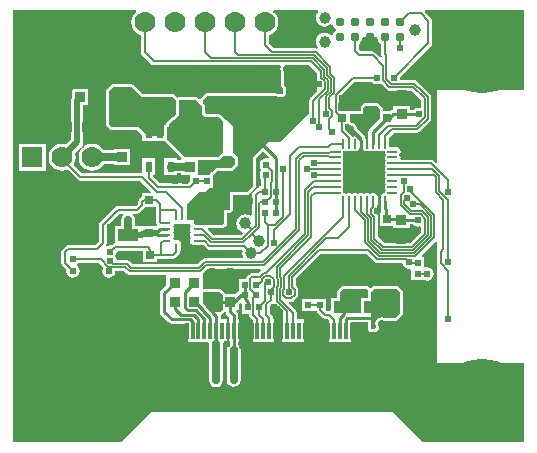
<source format=gbl>
G04 Layer_Physical_Order=2*
G04 Layer_Color=16711680*
%FSLAX25Y25*%
%MOIN*%
G70*
G01*
G75*
%ADD15R,0.02165X0.01968*%
%ADD16C,0.00500*%
%ADD17C,0.02500*%
%ADD18C,0.01000*%
%ADD19C,0.03900*%
%ADD20C,0.27559*%
%ADD21C,0.07000*%
%ADD22R,0.07000X0.07000*%
%ADD23O,0.10236X0.04331*%
%ADD24O,0.08268X0.04331*%
%ADD25C,0.05000*%
%ADD26C,0.02400*%
%ADD27C,0.03937*%
%ADD28C,0.03100*%
%ADD29R,0.02362X0.03543*%
%ADD30R,0.03347X0.03347*%
%ADD31R,0.10433X0.09055*%
%ADD32R,0.01181X0.05512*%
%ADD33R,0.01968X0.02165*%
%ADD34O,0.03347X0.00984*%
%ADD35O,0.00984X0.03347*%
%ADD36R,0.14173X0.14173*%
%ADD37O,0.00984X0.02559*%
%ADD38O,0.02559X0.00984*%
%ADD39R,0.05709X0.05709*%
%ADD40R,0.04331X0.10394*%
%ADD41R,0.06890X0.03937*%
%ADD42R,0.03740X0.03347*%
%ADD43R,0.02520X0.02520*%
%ADD44R,0.03347X0.03347*%
%ADD45R,0.02520X0.02520*%
%ADD46R,0.03347X0.03740*%
%ADD47C,0.02000*%
G36*
X271480Y218500D02*
X242500D01*
Y194284D01*
X242038Y194093D01*
X241277Y194854D01*
X240863Y195130D01*
X240376Y195227D01*
X230642D01*
X230239Y195727D01*
X230277Y195921D01*
X230161Y196503D01*
X229893Y196906D01*
X230161Y197308D01*
X230277Y197890D01*
X230161Y198472D01*
X229832Y198966D01*
X229338Y199295D01*
X228756Y199411D01*
X226537D01*
Y201630D01*
X226421Y202212D01*
X226290Y202408D01*
Y202488D01*
X228028Y204225D01*
X235914D01*
X236402Y204323D01*
X236815Y204599D01*
X240202Y207985D01*
X240478Y208399D01*
X240575Y208886D01*
Y216200D01*
X240478Y216687D01*
X240202Y217101D01*
X238401Y218901D01*
X238143Y219074D01*
X235815Y221401D01*
X235402Y221677D01*
X234914Y221775D01*
X230493D01*
X230176Y222161D01*
X230243Y222500D01*
X230170Y222868D01*
X240401Y233099D01*
X240677Y233512D01*
X240774Y234000D01*
Y241500D01*
X240677Y241988D01*
X240401Y242401D01*
X238322Y244480D01*
X238529Y244981D01*
X271480D01*
Y218500D01*
D02*
G37*
G36*
X158886Y173807D02*
X159468Y173691D01*
X160051Y173807D01*
X160222Y173480D01*
X160228Y173449D01*
X160497Y173047D01*
X160228Y172645D01*
X160113Y172063D01*
X160228Y171481D01*
X160497Y171079D01*
X160228Y170677D01*
X160113Y170095D01*
X160228Y169512D01*
X160497Y169110D01*
X160228Y168708D01*
X160113Y168126D01*
X160228Y167544D01*
X160558Y167050D01*
X161052Y166720D01*
X161634Y166605D01*
X163209D01*
X163791Y166720D01*
X163987Y166851D01*
X164432D01*
X165685Y165599D01*
X166098Y165322D01*
X166586Y165226D01*
X177253D01*
X177594Y164793D01*
X177604Y164744D01*
X177506Y164000D01*
X177608Y163225D01*
X177795Y162775D01*
X177482Y162275D01*
X165000D01*
X164512Y162178D01*
X164099Y161901D01*
X162472Y160275D01*
X141028D01*
X139901Y161401D01*
X139488Y161678D01*
X139000Y161775D01*
X135688D01*
X135572Y162358D01*
X135144Y163000D01*
X135572Y163642D01*
X135743Y164500D01*
X135928Y164725D01*
X144512D01*
Y161240D01*
X149031D01*
Y162225D01*
X154500D01*
X154988Y162322D01*
X155401Y162599D01*
X156433Y163630D01*
X156709Y164044D01*
X156806Y164532D01*
Y164592D01*
X156937Y164788D01*
X157053Y165370D01*
Y166945D01*
X156937Y167527D01*
X156607Y168021D01*
X156114Y168350D01*
X155532Y168466D01*
X154949Y168350D01*
X154778Y168678D01*
X154772Y168708D01*
X154503Y169110D01*
X154772Y169512D01*
X154887Y170095D01*
X154772Y170677D01*
X154503Y171079D01*
X154772Y171481D01*
X154887Y172063D01*
X154772Y172645D01*
X154503Y173047D01*
X154772Y173449D01*
X154778Y173480D01*
X154949Y173807D01*
X155532Y173691D01*
X156114Y173807D01*
X156516Y174076D01*
X156918Y173807D01*
X157500Y173691D01*
X158082Y173807D01*
X158484Y174076D01*
X158886Y173807D01*
D02*
G37*
G36*
X164000Y213000D02*
Y210500D01*
X165000Y209500D01*
X169500D01*
X171000Y208000D01*
Y197500D01*
X169500Y196000D01*
X158500D01*
X157000Y197500D01*
X152500Y202000D01*
Y203167D01*
X152501Y203169D01*
X152579Y203559D01*
Y206066D01*
X152721Y206161D01*
X152942Y206492D01*
X153020Y206882D01*
Y207078D01*
X154422Y208480D01*
X154500D01*
X154890Y208558D01*
X155221Y208779D01*
X156221Y209779D01*
X156442Y210110D01*
X156520Y210500D01*
Y215000D01*
X162000D01*
X164000Y213000D01*
D02*
G37*
G36*
X186368Y196080D02*
X186122Y195619D01*
X185500Y195743D01*
X184642Y195572D01*
X183914Y195086D01*
X183428Y194358D01*
X183257Y193500D01*
X183428Y192642D01*
X183914Y191914D01*
Y191586D01*
X183428Y190858D01*
X183257Y190000D01*
X183428Y189142D01*
X183855Y188501D01*
Y186583D01*
X183146D01*
Y185775D01*
X183000D01*
X182512Y185678D01*
X182099Y185401D01*
X181099Y184401D01*
X180823Y183988D01*
X180726Y183500D01*
Y176664D01*
X180226Y176418D01*
X179997Y176593D01*
X179275Y176892D01*
X178500Y176994D01*
X177725Y176892D01*
X177003Y176593D01*
X176383Y176117D01*
X175907Y175497D01*
X175608Y174775D01*
X175506Y174000D01*
X175608Y173225D01*
X175907Y172503D01*
X176383Y171883D01*
X177003Y171407D01*
X177464Y171216D01*
X177601Y170646D01*
X176972Y170017D01*
X168028D01*
X165975Y172070D01*
X166168Y172531D01*
X171097Y172497D01*
X171151Y172507D01*
X171205Y172502D01*
X171345Y172545D01*
X171488Y172572D01*
X171534Y172602D01*
X171586Y172618D01*
X171698Y172710D01*
X171820Y172791D01*
X171851Y172836D01*
X171893Y172870D01*
X172301Y173368D01*
X172371Y173499D01*
X172454Y173624D01*
X172464Y173674D01*
X172488Y173719D01*
X172502Y173867D01*
X172531Y174014D01*
Y177240D01*
X173148D01*
X173193Y177249D01*
X173213Y177246D01*
X173321Y177275D01*
X173538Y177318D01*
X173572Y177340D01*
X173598Y177347D01*
X173716Y177437D01*
X173869Y177539D01*
X173873Y177543D01*
X173890Y177569D01*
X173915Y177588D01*
X174239Y177953D01*
X174325Y178099D01*
X174418Y178240D01*
X174424Y178270D01*
X174440Y178297D01*
X174463Y178464D01*
X174496Y178630D01*
Y183480D01*
X179000D01*
X179390Y183558D01*
X179721Y183779D01*
X181721Y185779D01*
X181942Y186110D01*
X182020Y186500D01*
Y195578D01*
X184445Y198003D01*
X186368Y196080D01*
D02*
G37*
G36*
X171000Y150000D02*
Y145500D01*
X170000Y144500D01*
X166784D01*
X165966Y145318D01*
X165913Y145585D01*
X165581Y146081D01*
X164370Y147293D01*
Y150524D01*
X164370D01*
X164427Y151000D01*
X170000D01*
X171000Y150000D01*
D02*
G37*
G36*
X183575Y158721D02*
X183751Y158226D01*
X182800Y157274D01*
X180500D01*
X180012Y157177D01*
X179599Y156901D01*
X179099Y156401D01*
X178823Y155988D01*
X178742Y155583D01*
X176276D01*
Y151320D01*
X175919Y151081D01*
X175361Y150524D01*
X171853D01*
X171721Y150721D01*
X170721Y151721D01*
X170390Y151942D01*
X170000Y152020D01*
X164427D01*
X164370Y152066D01*
Y156823D01*
X164370Y156823D01*
X164490Y157273D01*
X165942Y158726D01*
X183571D01*
X183575Y158721D01*
D02*
G37*
G36*
X148725Y174500D02*
X148822Y174012D01*
X148995Y173755D01*
X148981Y173144D01*
X148970Y173133D01*
X148760Y172988D01*
X144240D01*
Y172988D01*
X143945Y172965D01*
X143945Y172965D01*
X141794D01*
Y175000D01*
X141620Y175878D01*
X141122Y176622D01*
X140968Y176725D01*
X141119Y177225D01*
X142500D01*
X142988Y177322D01*
X143401Y177599D01*
X144901Y179099D01*
X145177Y179512D01*
X148725D01*
Y174500D01*
D02*
G37*
G36*
X138032Y176725D02*
X137878Y176622D01*
X137381Y175878D01*
X137206Y175000D01*
Y172965D01*
X135055D01*
Y167274D01*
X135000D01*
X134512Y167177D01*
X134099Y166901D01*
X133868Y166670D01*
X133500Y166743D01*
X132642Y166572D01*
X132359Y166383D01*
X131998Y166744D01*
X132177Y167012D01*
X132274Y167500D01*
Y172972D01*
X136528Y177225D01*
X137881D01*
X138032Y176725D01*
D02*
G37*
G36*
X174980Y195578D02*
Y193510D01*
X173660Y192520D01*
X169000D01*
X168610Y192442D01*
X168279Y192221D01*
X167259Y191201D01*
X167188Y191095D01*
X167103Y191000D01*
X166867Y190603D01*
X166843Y190534D01*
X166802Y190473D01*
X166777Y190348D01*
X166735Y190228D01*
X166261Y190083D01*
X163331D01*
X162870Y190177D01*
Y194980D01*
X169500D01*
X169890Y195058D01*
X170221Y195279D01*
X171500Y196558D01*
X172000Y196500D01*
X172000Y196500D01*
X173500D01*
X173500Y196500D01*
Y196500D01*
X174000Y196558D01*
X174980Y195578D01*
D02*
G37*
G36*
X142144Y244480D02*
X141791Y244209D01*
X141069Y243269D01*
X140616Y242175D01*
X140461Y241000D01*
X140616Y239825D01*
X141069Y238731D01*
X141791Y237791D01*
X142731Y237069D01*
X143726Y236657D01*
Y231000D01*
X143823Y230512D01*
X144099Y230099D01*
X145198Y229000D01*
X147099Y227099D01*
X147512Y226822D01*
X148000Y226726D01*
X190012D01*
X190114Y226629D01*
X190332Y226257D01*
X190332Y226256D01*
X190332Y226256D01*
X190350Y226225D01*
X190206Y225500D01*
X190381Y224622D01*
X190500Y224443D01*
Y219974D01*
X190520Y219876D01*
Y219775D01*
X190558Y219682D01*
X190578Y219584D01*
X190633Y219500D01*
X190672Y219408D01*
X190743Y219337D01*
X190799Y219253D01*
X190882Y219197D01*
X190953Y219126D01*
X191057Y219057D01*
X191206Y218834D01*
Y217578D01*
X191057Y217355D01*
X190666Y217094D01*
X190206Y217002D01*
X189673Y217108D01*
X189621Y217130D01*
X189439Y217205D01*
X189439D01*
X189439Y217205D01*
X189400Y217205D01*
X189321Y217221D01*
X189221D01*
D01*
D01*
X188890Y217442D01*
X188500Y217520D01*
X170370D01*
X170251Y217496D01*
X165976D01*
X165586Y217418D01*
X165255Y217197D01*
X165058Y217000D01*
X163779Y215721D01*
X163638Y215511D01*
X163198Y215392D01*
X163049Y215393D01*
X162721Y215721D01*
X162390Y215942D01*
X162000Y216020D01*
X156520D01*
X156129Y215942D01*
X156052Y215890D01*
X155221Y216721D01*
X154890Y216942D01*
X154500Y217020D01*
X144422D01*
X141221Y220221D01*
X140890Y220442D01*
X140500Y220520D01*
X134500D01*
X134110Y220442D01*
X133779Y220221D01*
X132279Y218721D01*
X132058Y218390D01*
X131980Y218000D01*
Y207000D01*
X132058Y206610D01*
X132279Y206279D01*
X133279Y205279D01*
X133610Y205058D01*
X134000Y204980D01*
X142578D01*
X144079Y203479D01*
Y201339D01*
X151739D01*
X151779Y201279D01*
X156279Y196779D01*
X157065Y195993D01*
X157009Y195409D01*
X156771Y195184D01*
X155921D01*
Y195661D01*
X151559D01*
Y193458D01*
X151446Y192890D01*
X151559Y192322D01*
Y190118D01*
X155921D01*
Y190596D01*
X157130D01*
Y190177D01*
X159555D01*
X160016Y190083D01*
Y187818D01*
X159472Y187275D01*
X150028D01*
X147684Y189618D01*
X147891Y190118D01*
X148441D01*
Y195661D01*
X144079D01*
Y190839D01*
X144000Y190775D01*
X124028D01*
X121275Y193527D01*
X121431Y193731D01*
X121884Y194825D01*
X122039Y196000D01*
X121884Y197175D01*
X121789Y197405D01*
X123630Y199246D01*
X124042Y199357D01*
X124084Y199320D01*
X124033Y198874D01*
X123569Y198269D01*
X123116Y197175D01*
X122961Y196000D01*
X123116Y194825D01*
X123569Y193731D01*
X124291Y192791D01*
X125231Y192069D01*
X126325Y191616D01*
X127500Y191461D01*
X128675Y191616D01*
X129769Y192069D01*
X130709Y192791D01*
X131412Y193706D01*
X134827D01*
Y193327D01*
X140173D01*
Y198673D01*
X134827D01*
Y198294D01*
X131412D01*
X130709Y199209D01*
X129769Y199931D01*
X128675Y200384D01*
X127500Y200539D01*
X126325Y200384D01*
X125231Y199931D01*
X124626Y199467D01*
X124291Y199209D01*
X124101Y199360D01*
X123964Y199530D01*
X123942Y199558D01*
X124384Y200220D01*
X124539Y201000D01*
Y213327D01*
X126079D01*
Y218673D01*
X120732D01*
Y216049D01*
X120616Y215875D01*
X120461Y215094D01*
Y201845D01*
X118905Y200289D01*
X118675Y200384D01*
X117500Y200539D01*
X116325Y200384D01*
X115231Y199931D01*
X114291Y199209D01*
X113569Y198269D01*
X113116Y197175D01*
X112961Y196000D01*
X113116Y194825D01*
X113569Y193731D01*
X114291Y192791D01*
X115231Y192069D01*
X116325Y191616D01*
X117500Y191461D01*
X118675Y191616D01*
X119316Y191882D01*
X122599Y188599D01*
X123012Y188322D01*
X123500Y188225D01*
X143472D01*
X147204Y184493D01*
X147013Y184031D01*
X144240D01*
Y182920D01*
X143870Y182673D01*
X143099Y181901D01*
X142823Y181488D01*
X142726Y181000D01*
Y180528D01*
X141972Y179774D01*
X136000D01*
X135512Y179677D01*
X135099Y179401D01*
X130099Y174401D01*
X129823Y173988D01*
X129726Y173500D01*
Y168028D01*
X128472Y166774D01*
X119500D01*
X119012Y166677D01*
X118599Y166401D01*
X117599Y165401D01*
X117323Y164988D01*
X117226Y164500D01*
Y160594D01*
X117323Y160107D01*
X117599Y159693D01*
X118877Y158415D01*
X118804Y158047D01*
X118975Y157189D01*
X119461Y156461D01*
X120189Y155975D01*
X121047Y155804D01*
X121906Y155975D01*
X122633Y156461D01*
X123120Y157189D01*
X123290Y158047D01*
X123120Y158906D01*
X122633Y159633D01*
X122420Y159776D01*
Y160276D01*
X122602Y160398D01*
X122810Y160710D01*
X129730D01*
X131190Y159250D01*
X130928Y158858D01*
X130757Y158000D01*
X130928Y157142D01*
X131414Y156414D01*
X132142Y155928D01*
X133000Y155757D01*
X133858Y155928D01*
X134586Y156414D01*
X135072Y157142D01*
X135243Y158000D01*
X135428Y158226D01*
X138058D01*
X139185Y157099D01*
X139598Y156823D01*
X140086Y156726D01*
X152130D01*
Y153442D01*
X150419Y151731D01*
X150087Y151235D01*
X149971Y150650D01*
Y144500D01*
X150087Y143915D01*
X150419Y143419D01*
X152919Y140919D01*
X153415Y140587D01*
X154000Y140471D01*
X159335D01*
Y134480D01*
X166246D01*
X166564Y134094D01*
X166505Y133799D01*
Y121701D01*
X166680Y120823D01*
X167177Y120079D01*
X167921Y119581D01*
X168799Y119407D01*
X169677Y119581D01*
X170421Y120079D01*
X170919Y120823D01*
X171093Y121701D01*
Y133799D01*
X171035Y134094D01*
X171352Y134480D01*
X172358D01*
Y141992D01*
X170329D01*
Y143201D01*
X170288Y143405D01*
X170390Y143558D01*
X170721Y143779D01*
X171471Y144529D01*
X171629Y144520D01*
X172000Y144351D01*
X172087Y143915D01*
X172419Y143419D01*
X173175Y142662D01*
Y141992D01*
X173114D01*
Y134480D01*
X173175D01*
Y133389D01*
X173083Y133327D01*
X172585Y132583D01*
X172411Y131705D01*
Y121795D01*
X172585Y120917D01*
X173083Y120173D01*
X173827Y119676D01*
X174705Y119501D01*
X175583Y119676D01*
X176327Y120173D01*
X176824Y120917D01*
X176999Y121795D01*
Y131705D01*
X176824Y132583D01*
X176327Y133327D01*
X176234Y133389D01*
Y134480D01*
X176295D01*
Y141992D01*
X176234D01*
Y143295D01*
X176118Y143880D01*
X175786Y144377D01*
X175486Y144677D01*
X175693Y145177D01*
X176370D01*
Y147207D01*
X176720Y147557D01*
X176839Y147558D01*
X177276Y147182D01*
Y143917D01*
X179726D01*
Y143500D01*
X179823Y143012D01*
X180099Y142599D01*
X180988Y141709D01*
Y134480D01*
X188106D01*
Y141992D01*
X187790D01*
Y142484D01*
X187693Y142972D01*
X187417Y143385D01*
X186775Y144028D01*
Y146472D01*
X187550Y147248D01*
X188099Y147185D01*
X191147Y144137D01*
Y141992D01*
X190831D01*
Y134480D01*
X197949D01*
Y141992D01*
X195664D01*
Y144110D01*
X195567Y144598D01*
X195291Y145011D01*
X192989Y147314D01*
X193180Y147775D01*
X193808D01*
X194295Y147872D01*
X194709Y148149D01*
X195851Y149291D01*
X196127Y149705D01*
X196224Y150192D01*
Y151808D01*
X196127Y152295D01*
X195851Y152709D01*
X195274Y153286D01*
Y155472D01*
X203528Y163725D01*
X218972D01*
X221599Y161099D01*
X222012Y160822D01*
X222500Y160725D01*
X230812D01*
X230928Y160142D01*
X231414Y159414D01*
X232142Y158928D01*
X233000Y158757D01*
X233417Y158840D01*
X233917Y158430D01*
Y155146D01*
X237723D01*
X238190Y155112D01*
X238271Y155058D01*
X238525Y155007D01*
X238525Y155007D01*
X238666Y154979D01*
X239130Y154887D01*
X239988Y155058D01*
X240716Y155544D01*
X241202Y156272D01*
X241373Y157130D01*
X241202Y157988D01*
X240716Y158716D01*
X239988Y159202D01*
X239130Y159373D01*
X238583Y159264D01*
X238085Y159630D01*
X238083Y159636D01*
Y162854D01*
X237553D01*
X237361Y163316D01*
X242000Y167955D01*
X242500Y167748D01*
Y164937D01*
X242471Y164894D01*
X242374Y164406D01*
Y160594D01*
X242471Y160106D01*
X242500Y160063D01*
Y127500D01*
X271480D01*
Y101020D01*
X237922D01*
X228221Y110721D01*
X227890Y110942D01*
X227500Y111020D01*
X147500D01*
X147110Y110942D01*
X146779Y110721D01*
X137078Y101020D01*
X101020D01*
Y244981D01*
X141974D01*
X142144Y244480D01*
D02*
G37*
G36*
X202500Y224000D02*
Y217965D01*
X200099Y215564D01*
X199822Y215150D01*
X199725Y214663D01*
Y210725D01*
X190000Y201000D01*
X186000D01*
X181000Y196000D01*
Y186500D01*
X179000Y184500D01*
X173500D01*
Y184370D01*
X173476D01*
Y178630D01*
X173152Y178264D01*
X173148Y178260D01*
X171512D01*
Y174014D01*
X171104Y173517D01*
X163276Y173571D01*
X163209Y173584D01*
X161634D01*
X161354Y173958D01*
Y174933D01*
X159441D01*
X159021Y175213D01*
Y176787D01*
X159000Y176895D01*
Y180442D01*
X163058Y184500D01*
X165059D01*
X166559Y185917D01*
X167744D01*
Y190083D01*
X167744Y190083D01*
X167744D01*
X167980Y190480D01*
X169000Y191500D01*
X174000D01*
X176000Y193000D01*
Y196000D01*
X174500Y197500D01*
Y206500D01*
X172500Y208500D01*
X171869Y208500D01*
X171721Y208721D01*
X170221Y210221D01*
X169890Y210442D01*
X169500Y210520D01*
X165422D01*
X165020Y210922D01*
Y213000D01*
X164942Y213390D01*
X164721Y213721D01*
X164500Y213942D01*
Y215000D01*
X165976Y216476D01*
X170370D01*
Y216500D01*
X188500D01*
X188571Y216429D01*
X188654Y216373D01*
X188747Y216335D01*
X188831Y216279D01*
X188929Y216259D01*
X189022Y216221D01*
X189122D01*
X189221Y216201D01*
X189240Y216205D01*
X189348Y216134D01*
X190206Y215963D01*
X191064Y216134D01*
X191792Y216620D01*
X192278Y217348D01*
X192449Y218206D01*
X192278Y219064D01*
X191792Y219792D01*
X191520Y219974D01*
Y224443D01*
X191500Y224542D01*
Y224642D01*
X191462Y224735D01*
X191442Y224833D01*
X191386Y224917D01*
X191348Y225010D01*
X191341Y225020D01*
X191245Y225500D01*
X191350Y226027D01*
Y226196D01*
X191360Y226365D01*
X191516Y226544D01*
X191767Y226726D01*
X199775D01*
X202500Y224000D01*
D02*
G37*
G36*
X202801Y244480D02*
X202423Y243988D01*
X202126Y243270D01*
X202025Y242500D01*
X202126Y241730D01*
X202423Y241012D01*
X202896Y240396D01*
X203512Y239923D01*
X204230Y239626D01*
X205000Y239525D01*
X205770Y239626D01*
X206488Y239923D01*
X207023Y240334D01*
X207550Y240245D01*
X207598Y240005D01*
X208161Y239161D01*
X208702Y238801D01*
Y238199D01*
X208161Y237839D01*
X207598Y236995D01*
X207550Y236755D01*
X207023Y236666D01*
X206488Y237077D01*
X205770Y237374D01*
X205000Y237475D01*
X204230Y237374D01*
X203512Y237077D01*
X202896Y236604D01*
X202423Y235988D01*
X202126Y235270D01*
X202025Y234500D01*
X202126Y233730D01*
X202423Y233012D01*
X202741Y232598D01*
X202582Y232334D01*
X202424Y232190D01*
X202000Y232275D01*
X188028D01*
X186275Y234028D01*
Y236657D01*
X187269Y237069D01*
X188209Y237791D01*
X188931Y238731D01*
X189384Y239825D01*
X189539Y241000D01*
X189384Y242175D01*
X188931Y243269D01*
X188209Y244209D01*
X187856Y244480D01*
X188026Y244981D01*
X202624D01*
X202801Y244480D01*
D02*
G37*
G36*
X222598Y235005D02*
X223162Y234161D01*
X223726Y233785D01*
Y230500D01*
X223822Y230012D01*
X224036Y229692D01*
X224015Y229495D01*
X223654Y229330D01*
X223467Y229335D01*
X221901Y230901D01*
X221488Y231177D01*
X221000Y231275D01*
X217028D01*
X216274Y232028D01*
Y233785D01*
X216839Y234161D01*
X217402Y235005D01*
X217600Y236000D01*
X222400D01*
X222598Y235005D01*
D02*
G37*
G36*
X220914Y220914D02*
X221642Y220428D01*
X222500Y220257D01*
X223358Y220428D01*
X223605Y220592D01*
X225599Y218599D01*
X226012Y218322D01*
X226500Y218226D01*
X233972D01*
X237026Y215172D01*
Y212853D01*
X236639Y212536D01*
X236350Y212594D01*
X235492Y212423D01*
X234764Y211936D01*
X234726Y211880D01*
X233496D01*
Y213024D01*
X227756D01*
Y211861D01*
X227265Y211763D01*
X226853Y211488D01*
X224386D01*
Y212134D01*
X224308Y212524D01*
X224087Y212855D01*
X223221Y213721D01*
X222890Y213942D01*
X222500Y214020D01*
X218500D01*
X218110Y213942D01*
X217779Y213721D01*
X217165Y213107D01*
X216944Y212776D01*
X216866Y212386D01*
Y211531D01*
X213512D01*
X213379Y211505D01*
X212886Y211488D01*
X212886Y211488D01*
X212886Y211488D01*
X210132D01*
X209891Y211729D01*
Y216094D01*
X215022Y221226D01*
X220706D01*
X220914Y220914D01*
D02*
G37*
G36*
X223366Y212134D02*
Y209029D01*
X219997Y205660D01*
X219666Y205164D01*
X219549Y204579D01*
Y200449D01*
X219557Y200408D01*
Y199268D01*
X219409Y199087D01*
X218671D01*
Y201772D01*
X218555Y202357D01*
X218500Y202439D01*
Y203000D01*
X215658Y205842D01*
X215572Y206272D01*
X215086Y206999D01*
X214358Y207486D01*
X213929Y207571D01*
X213500Y208000D01*
Y210500D01*
X213512Y210512D01*
X217886D01*
Y212386D01*
X218500Y213000D01*
X222500D01*
X223366Y212134D01*
D02*
G37*
G36*
X213307Y206779D02*
X213362Y206723D01*
X213455Y206685D01*
X213539Y206629D01*
X213637Y206610D01*
X213730Y206571D01*
X213961Y206525D01*
X214351Y206264D01*
X214612Y205874D01*
X214658Y205643D01*
X214696Y205551D01*
X214716Y205452D01*
X214772Y205368D01*
X214810Y205276D01*
X214881Y205205D01*
X214937Y205121D01*
X217480Y202578D01*
Y202439D01*
X217500Y202340D01*
Y202240D01*
X217538Y202147D01*
X217558Y202049D01*
X217584Y202009D01*
X217624Y201808D01*
X217589Y201630D01*
Y199268D01*
X217705Y198686D01*
X218035Y198192D01*
X218528Y197862D01*
X219110Y197746D01*
X219692Y197862D01*
X220094Y198131D01*
X220497Y197862D01*
X221079Y197746D01*
X221661Y197862D01*
X222063Y198131D01*
X222465Y197862D01*
X223047Y197746D01*
X223629Y197862D01*
X224031Y198131D01*
X224434Y197862D01*
X224896Y197770D01*
X224988Y197308D01*
X225257Y196906D01*
X224988Y196503D01*
X224872Y195921D01*
X224988Y195339D01*
X225257Y194937D01*
X224988Y194535D01*
X224872Y193953D01*
X224988Y193371D01*
X225257Y192968D01*
X224988Y192567D01*
X224872Y191984D01*
X224988Y191402D01*
X225257Y191000D01*
X224988Y190598D01*
X224872Y190016D01*
X224988Y189434D01*
X225257Y189032D01*
X224988Y188629D01*
X224872Y188047D01*
X224988Y187465D01*
X225257Y187063D01*
X224988Y186661D01*
X224872Y186079D01*
X224988Y185496D01*
X225257Y185094D01*
X224988Y184692D01*
X224896Y184230D01*
X224434Y184138D01*
X223940Y183808D01*
X223610Y183315D01*
X223494Y182732D01*
Y181592D01*
X223486Y181551D01*
Y178984D01*
X223603Y178399D01*
X223848Y178032D01*
X223702Y177646D01*
X223599Y177532D01*
X223366D01*
Y173012D01*
X227630D01*
Y172476D01*
X233370D01*
Y173620D01*
X234526D01*
X234563Y173564D01*
X235291Y173077D01*
X236150Y172906D01*
X236725Y173021D01*
X237226Y172667D01*
Y171028D01*
X233472Y167274D01*
X224942D01*
X222825Y169392D01*
Y176192D01*
X222727Y176680D01*
X222451Y177094D01*
X221825Y177720D01*
Y178280D01*
X221980Y178435D01*
X222256Y178849D01*
X222353Y179337D01*
Y179592D01*
X222484Y179788D01*
X222600Y180370D01*
Y182732D01*
X222484Y183315D01*
X222154Y183808D01*
X221661Y184138D01*
X221079Y184254D01*
X220497Y184138D01*
X220094Y183869D01*
X219692Y184138D01*
X219110Y184254D01*
X218528Y184138D01*
X218126Y183869D01*
X217724Y184138D01*
X217142Y184254D01*
X216560Y184138D01*
X216158Y183869D01*
X215755Y184138D01*
X215173Y184254D01*
X214591Y184138D01*
X214189Y183869D01*
X213787Y184138D01*
X213205Y184254D01*
X212622Y184138D01*
X212221Y183869D01*
X211818Y184138D01*
X211356Y184230D01*
X211264Y184692D01*
X210995Y185094D01*
X211264Y185496D01*
X211380Y186079D01*
X211264Y186661D01*
X210995Y187063D01*
X211264Y187465D01*
X211380Y188047D01*
X211264Y188629D01*
X210995Y189032D01*
X211264Y189434D01*
X211380Y190016D01*
X211264Y190598D01*
X210995Y191000D01*
X211264Y191402D01*
X211380Y191984D01*
X211264Y192567D01*
X210995Y192968D01*
X211264Y193371D01*
X211380Y193953D01*
X211264Y194535D01*
X210995Y194937D01*
X211264Y195339D01*
X211380Y195921D01*
X211264Y196503D01*
X210995Y196906D01*
X211264Y197308D01*
X211356Y197770D01*
X211818Y197862D01*
X212221Y198131D01*
X212622Y197862D01*
X213205Y197746D01*
X213787Y197862D01*
X214189Y198131D01*
X214591Y197862D01*
X215173Y197746D01*
X215755Y197862D01*
X216249Y198192D01*
X216579Y198686D01*
X216695Y199268D01*
Y201630D01*
X216579Y202212D01*
X216249Y202706D01*
X215755Y203035D01*
X215173Y203151D01*
X214591Y203035D01*
X214330Y202861D01*
X214106Y203197D01*
X211900Y205402D01*
Y206968D01*
X212886D01*
X213307Y206779D01*
D02*
G37*
G36*
X144000Y216000D02*
X154500D01*
X155500Y215000D01*
Y210500D01*
X154500Y209500D01*
X154000D01*
X152000Y207500D01*
Y206882D01*
X151559D01*
Y203559D01*
X151000Y203000D01*
X146000D01*
X143000Y206000D01*
X134000D01*
X133000Y207000D01*
Y218000D01*
X134500Y219500D01*
X140500D01*
X144000Y216000D01*
D02*
G37*
%LPC*%
G36*
X112000Y200500D02*
X103000D01*
Y191500D01*
X112000D01*
Y200500D01*
D02*
G37*
G36*
X229000Y153020D02*
X221500D01*
X221110Y152942D01*
X220779Y152721D01*
X220250Y152192D01*
X219721Y152721D01*
X219390Y152942D01*
X219000Y153020D01*
X211000D01*
X210610Y152942D01*
X210279Y152721D01*
X209279Y151721D01*
X209058Y151390D01*
X208980Y151000D01*
Y148965D01*
X207055D01*
Y145174D01*
X206555Y144764D01*
X206500Y144774D01*
X205583D01*
Y148614D01*
X197417D01*
Y144646D01*
X202296D01*
X202323Y144512D01*
X202599Y144099D01*
X204099Y142599D01*
X204512Y142323D01*
X205000Y142226D01*
X205972D01*
X206579Y141619D01*
Y134480D01*
X213697D01*
Y140971D01*
X219480D01*
Y138842D01*
X219558Y138452D01*
X219779Y138122D01*
X220110Y137900D01*
X220500Y137823D01*
X221860D01*
X222007Y137852D01*
X222156Y137867D01*
X222201Y137891D01*
X222250Y137900D01*
X222375Y137984D01*
X222507Y138054D01*
X222539Y138093D01*
X222581Y138122D01*
X222664Y138246D01*
X222759Y138362D01*
X223027Y138862D01*
X223070Y139005D01*
X223128Y139144D01*
Y139194D01*
X223142Y139243D01*
X223128Y139392D01*
Y139541D01*
X223108Y139588D01*
X223103Y139638D01*
X223032Y139771D01*
X222975Y139909D01*
X222888Y140039D01*
X222797Y140500D01*
X222888Y140961D01*
X223149Y141351D01*
X223539Y141612D01*
X224000Y141703D01*
X224508Y141602D01*
X224513Y141601D01*
X224597Y141545D01*
X224695Y141525D01*
X224788Y141487D01*
X224888Y141487D01*
X224987Y141467D01*
X225054Y141480D01*
X228500Y141480D01*
X228890Y141558D01*
X229221Y141779D01*
X230721Y143279D01*
X230942Y143610D01*
X231020Y144000D01*
X231020Y151000D01*
X230942Y151390D01*
X230721Y151721D01*
X229721Y152721D01*
X229390Y152942D01*
X229000Y153020D01*
D02*
G37*
%LPD*%
G36*
X230000Y151000D02*
X230000Y144000D01*
X228500Y142500D01*
X225000Y142500D01*
X224987Y142487D01*
X224858Y142572D01*
X224000Y142743D01*
X223142Y142572D01*
X222414Y142086D01*
X221928Y141358D01*
X221757Y140500D01*
X221928Y139642D01*
X222128Y139342D01*
X221860Y138842D01*
X220500D01*
Y151000D01*
X221500Y152000D01*
X229000D01*
X230000Y151000D01*
D02*
G37*
G36*
X219579Y151421D02*
X219558Y151390D01*
X219480Y151000D01*
Y148965D01*
X217055D01*
Y144029D01*
X212500D01*
X212352Y144000D01*
X211500D01*
X210000Y145500D01*
Y151000D01*
X211000Y152000D01*
X219000D01*
X219579Y151421D01*
D02*
G37*
D15*
X236000Y157130D02*
D03*
Y160870D02*
D03*
X203500Y146630D02*
D03*
Y150370D02*
D03*
X199500Y146630D02*
D03*
Y150370D02*
D03*
D16*
X186500Y151242D02*
X187950Y152692D01*
X242050Y184278D02*
Y189450D01*
X243050Y184692D02*
Y189864D01*
X240376Y193953D02*
X246000Y188328D01*
X243050Y184692D02*
X246000Y181742D01*
Y161000D02*
Y181742D01*
X242050Y184278D02*
X244500Y181828D01*
Y165258D02*
Y181828D01*
X246000Y184500D02*
Y188328D01*
X243648Y160594D02*
Y164406D01*
Y160594D02*
X246000Y158242D01*
Y142000D02*
Y158242D01*
X243648Y164406D02*
X244500Y165258D01*
X203794Y222464D02*
Y224792D01*
X200586Y228000D02*
X203794Y224792D01*
X148000Y228000D02*
X200586D01*
X204794Y222878D02*
Y225206D01*
X201000Y229000D02*
X204794Y225206D01*
X167000Y229000D02*
X201000D01*
X205794Y223292D02*
Y225706D01*
X201500Y230000D02*
X205794Y225706D01*
X176000Y230000D02*
X201500D01*
X206794Y223706D02*
Y226206D01*
X202000Y231000D02*
X206794Y226206D01*
X187500Y231000D02*
X202000D01*
X234000Y166000D02*
X238500Y170500D01*
X234414Y165000D02*
X239500Y170086D01*
X234828Y164000D02*
X240500Y169672D01*
X235243Y163000D02*
X241500Y169257D01*
X204794Y222878D02*
X206000Y221672D01*
Y219878D02*
Y221672D01*
X205950Y219828D02*
X206000Y219878D01*
X205950Y218198D02*
Y219828D01*
X203151Y215400D02*
X205950Y218198D01*
X205794Y223292D02*
X207000Y222086D01*
Y219464D02*
Y222086D01*
X206950Y219414D02*
X207000Y219464D01*
X206950Y217784D02*
Y219414D01*
X205500Y216334D02*
X206950Y217784D01*
X180500Y171742D02*
X182000Y173242D01*
X177500Y168742D02*
X180500Y171742D01*
Y172000D01*
X178500Y174000D02*
X180500Y172000D01*
X180672Y170500D02*
X183000Y172828D01*
X177914Y167742D02*
X180672Y170500D01*
Y170328D02*
Y170500D01*
Y170328D02*
X183000Y168000D01*
X185000Y174500D02*
Y177370D01*
Y174500D02*
X186000Y173500D01*
X188500D01*
X186000Y166500D02*
Y173500D01*
X183500Y164000D02*
X186000Y166500D01*
X180500Y164000D02*
X183500D01*
X180500D02*
Y164086D01*
X178086Y166500D02*
X180500Y164086D01*
X206794Y223706D02*
X208000Y222500D01*
X203794Y222464D02*
X204950Y221308D01*
X206500Y212258D02*
Y215920D01*
Y212258D02*
X207450Y211308D01*
Y209692D02*
Y211308D01*
X206500Y208742D02*
X207450Y209692D01*
X206500Y205500D02*
Y208742D01*
Y215920D02*
X207950Y217370D01*
X206500Y205500D02*
X207500Y204500D01*
X207950Y219000D02*
X208000Y219050D01*
Y222500D01*
X207950Y217370D02*
Y219000D01*
X201000Y208000D02*
Y214663D01*
X203151Y206050D02*
Y215400D01*
X205500Y210500D02*
Y216334D01*
X208616Y216622D02*
X214494Y222500D01*
X208616Y211201D02*
Y216622D01*
X201000Y214663D02*
X204950Y218613D01*
Y221308D01*
X185000Y233500D02*
X187500Y231000D01*
X185000Y233500D02*
Y241000D01*
X175000Y231000D02*
Y241000D01*
Y231000D02*
X176000Y230000D01*
X165000Y231000D02*
Y241000D01*
Y231000D02*
X167000Y229000D01*
X145000Y231000D02*
Y241000D01*
Y231000D02*
X148000Y228000D01*
X117500Y195500D02*
Y196000D01*
Y195500D02*
X123500Y189500D01*
X144000D01*
X149000Y184500D01*
X152000D01*
X157500Y179000D01*
Y176000D02*
Y179000D01*
X140086Y158000D02*
X163414D01*
X165414Y160000D02*
X184914D01*
X163414Y158000D02*
X165414Y160000D01*
X165000Y161000D02*
X184500D01*
X163000Y159000D02*
X165000Y161000D01*
X140500Y159000D02*
X163000D01*
X184914Y160000D02*
X196500Y171586D01*
X184500Y161000D02*
X195500Y172000D01*
X164734Y170095D02*
X167086Y167742D01*
X162421Y168126D02*
X164960D01*
X166586Y166500D02*
X178086D01*
X164960Y168126D02*
X166586Y166500D01*
X183000Y172828D02*
Y180500D01*
X167086Y167742D02*
X177914D01*
X167500Y168742D02*
X177500D01*
X182000Y173242D02*
Y183500D01*
X183000Y180500D02*
X183500Y181000D01*
X149500Y186000D02*
X160000D01*
X150000Y178500D02*
Y180500D01*
X148728Y181772D02*
X150000Y180500D01*
X146500Y181772D02*
X148728D01*
X144772D02*
X146500D01*
X144000Y181000D02*
X144772Y181772D01*
X144000Y180000D02*
Y181000D01*
X142500Y178500D02*
X144000Y180000D01*
X136000Y178500D02*
X142500D01*
X131000Y173500D02*
X136000Y178500D01*
X133500Y164500D02*
X135000Y166000D01*
X150000Y174500D02*
Y178500D01*
X155000D01*
X199500Y146630D02*
X203500D01*
Y145000D02*
Y146630D01*
Y145000D02*
X205000Y143500D01*
X206500D01*
X208169Y141831D01*
Y138236D02*
Y141831D01*
X194000Y156000D02*
X203000Y165000D01*
X194000Y152758D02*
Y156000D01*
Y152758D02*
X194950Y151808D01*
Y150192D02*
Y151808D01*
X193808Y149050D02*
X194950Y150192D01*
X192192Y149050D02*
X193808D01*
X190000Y148500D02*
X194390Y144110D01*
Y138236D02*
Y144110D01*
X189000Y148086D02*
X192421Y144665D01*
Y138236D02*
Y144665D01*
X187000Y148500D02*
Y151000D01*
X185500Y147000D02*
X187000Y148500D01*
X185500Y143500D02*
Y147000D01*
Y143500D02*
X186516Y142484D01*
Y138236D02*
Y142484D01*
X183000Y143500D02*
Y146000D01*
Y143500D02*
X184547Y141953D01*
Y138236D02*
Y141953D01*
X181000Y149000D02*
X182000Y150000D01*
X181000Y143500D02*
Y149000D01*
Y143500D02*
X182579Y141921D01*
Y138236D02*
Y141921D01*
X180000Y152000D02*
X182000Y150000D01*
X180000Y152000D02*
Y155500D01*
X180500Y156000D01*
X183328D01*
X182914Y153500D02*
X184050Y154636D01*
X182000Y153500D02*
X182914D01*
X183000Y146000D02*
X185027Y148027D01*
X183328Y156000D02*
X184778Y157450D01*
X185027Y153956D02*
X185571Y154500D01*
X185027Y148027D02*
Y153956D01*
X186153Y151000D02*
X186742D01*
X187000D01*
X186500Y151242D02*
X186742Y151000D01*
X189000Y152586D02*
X189450Y153036D01*
X189000Y148086D02*
Y152586D01*
X190000Y152172D02*
X190450Y152622D01*
X190000Y148500D02*
Y152172D01*
X191050Y150192D02*
X192192Y149050D01*
X191050Y150192D02*
Y151808D01*
X191450Y152208D01*
X193000Y151000D02*
Y156500D01*
X185571Y154500D02*
X186000D01*
X184050Y154636D02*
Y155308D01*
X185192Y156450D01*
X189000Y155672D02*
Y159500D01*
Y155672D02*
X189450Y155222D01*
Y153036D02*
Y155222D01*
X190000Y156086D02*
Y159000D01*
Y156086D02*
X190450Y155636D01*
Y152622D02*
Y155636D01*
X191450Y152208D02*
Y156364D01*
X211236Y176150D01*
X193000Y156500D02*
X205500Y169000D01*
X219110Y177218D02*
Y181551D01*
X217142Y177772D02*
Y181551D01*
X215173Y178326D02*
Y181551D01*
X221550Y168864D02*
X224414Y166000D01*
X220550Y168450D02*
Y175778D01*
Y168450D02*
X224000Y165000D01*
X219550Y168036D02*
Y175364D01*
Y168036D02*
X223586Y164000D01*
X218550Y167622D02*
Y174950D01*
Y167622D02*
X223172Y163000D01*
X230000Y241000D02*
X233000Y244000D01*
X237000D01*
X239500Y241500D01*
Y234000D02*
Y241500D01*
X228000Y222500D02*
X239500Y234000D01*
X237500Y218000D02*
X239300Y216200D01*
X225000Y230500D02*
X225500Y230000D01*
Y222000D02*
Y230000D01*
Y222000D02*
X227000Y220500D01*
X224379Y221621D02*
X226500Y219500D01*
X224379Y221621D02*
Y221621D01*
X224450Y221692D01*
X226500Y219500D02*
X234500D01*
X214494Y222500D02*
X222500D01*
X224450Y221692D02*
Y226550D01*
X227000Y220500D02*
X234914D01*
X237414Y218000D01*
X237500D01*
X216500Y230000D02*
X221000D01*
X234500Y219500D02*
X238300Y215700D01*
X221000Y230000D02*
X224450Y226550D01*
X208616Y211201D02*
X210589Y209228D01*
X210626D01*
X220000Y232500D02*
Y236000D01*
X215000Y231500D02*
X216500Y230000D01*
X225016Y200449D02*
Y203016D01*
X227500Y205500D01*
X235914D01*
X239300Y208886D01*
Y216200D01*
X225000Y230500D02*
Y236000D01*
X215000Y231500D02*
Y236000D01*
X238300Y209300D02*
Y215700D01*
X235500Y206500D02*
X238300Y209300D01*
X226000Y206500D02*
X235500D01*
X223047Y203547D02*
X226000Y206500D01*
X223047Y200449D02*
Y203547D01*
X230000Y232500D02*
Y236000D01*
X210626Y204874D02*
X213205Y202295D01*
X210626Y204874D02*
Y209228D01*
X160000Y186000D02*
X162000Y188000D01*
X150000Y174500D02*
X150469Y174031D01*
X196500Y171586D02*
Y195000D01*
X188000Y167500D02*
Y171586D01*
X188500Y173500D02*
X191000Y176000D01*
Y192000D01*
X187000Y182870D02*
Y187500D01*
X187450Y187950D01*
Y191550D01*
X185500Y193500D02*
X187450Y191550D01*
X185130Y184500D02*
Y189630D01*
X185500Y190000D01*
X195500Y172000D02*
Y195414D01*
X146260Y189240D02*
Y192890D01*
Y189240D02*
X149500Y186000D01*
X162000Y188000D02*
X165760D01*
X185000Y177370D02*
X185130Y177500D01*
X183500Y181000D02*
X185130D01*
X187000Y182870D01*
X182000Y183500D02*
X183000Y184500D01*
X185130D01*
X213205Y200449D02*
Y202295D01*
X190000Y159000D02*
X200500Y169500D01*
X189000Y159500D02*
X199500Y170000D01*
X200500Y169500D02*
Y183000D01*
X201610Y184110D01*
X208677D01*
X201079Y186079D02*
X208677D01*
X199500Y184500D02*
X201079Y186079D01*
X199500Y170000D02*
Y184500D01*
X198500Y170500D02*
Y185000D01*
X201547Y188047D01*
X208677D01*
X201516Y190016D02*
X208677D01*
X201500Y194000D02*
X208630D01*
X208677Y193953D01*
X198984Y191984D02*
X208677D01*
X133500Y161500D02*
X134500Y160500D01*
X139000D01*
X140500Y159000D01*
X130258Y161984D02*
X132742Y159500D01*
X138586D01*
X140086Y158000D01*
X121016Y161984D02*
X130258D01*
X206754Y197890D02*
X208677D01*
X206364Y197500D02*
X206754Y197890D01*
Y195921D02*
X208677D01*
X206175Y196500D02*
X206754Y195921D01*
X198000Y196500D02*
X206175D01*
X197586Y197500D02*
X206364D01*
X195500Y195414D02*
X197586Y197500D01*
X196500Y195000D02*
X198000Y196500D01*
X131000Y167500D02*
Y173500D01*
X129000Y165500D02*
X131000Y167500D01*
X119500Y165500D02*
X129000D01*
X118500Y164500D02*
X119500Y165500D01*
X118500Y160594D02*
Y164500D01*
Y160594D02*
X121047Y158047D01*
X150500Y163500D02*
X154500D01*
X146772D02*
X150500D01*
Y167500D01*
X151126Y168126D01*
X152579D01*
X155532Y164532D02*
Y166157D01*
X154500Y163500D02*
X155532Y164532D01*
X150469Y174031D02*
X152579D01*
X155000Y178500D02*
X155532Y177969D01*
Y176000D02*
Y177969D01*
X199500Y150370D02*
Y153500D01*
X203500Y150370D02*
Y153500D01*
X188000Y171586D02*
X193500Y177086D01*
Y196500D01*
X196500Y199500D01*
X206000D01*
X206949Y200449D01*
X211236D01*
X209500Y169000D02*
X213205Y172705D01*
Y181551D01*
X224000Y165000D02*
X234414D01*
X230550Y183308D02*
X231500Y184258D01*
X231550Y181550D02*
X232500Y182500D01*
X227575Y191984D02*
X227591Y192000D01*
X240914D01*
X227575Y190016D02*
X241484D01*
X231500Y184258D02*
Y188000D01*
X231550Y180364D02*
Y181550D01*
X230550Y179950D02*
Y183308D01*
Y179950D02*
X233400Y177100D01*
X231550Y180364D02*
X233815Y178100D01*
X237371D01*
X234387Y180285D02*
X236715D01*
X240500Y176500D01*
X223586Y164000D02*
X234828D01*
X241484Y190016D02*
X242050Y189450D01*
X240914Y192000D02*
X243050Y189864D01*
X220550Y177192D02*
Y178808D01*
Y177192D02*
X221550Y176192D01*
Y168864D02*
Y176192D01*
X219110Y177218D02*
X220550Y175778D01*
X217142Y177772D02*
X219550Y175364D01*
X215173Y178326D02*
X218550Y174950D01*
X221079Y179337D02*
Y181551D01*
X220550Y178808D02*
X221079Y179337D01*
X224414Y166000D02*
X234000D01*
X240500Y169672D02*
Y176500D01*
X223172Y163000D02*
X235243D01*
X239500Y170086D02*
Y175971D01*
X237371Y178100D02*
X239500Y175971D01*
X233400Y177100D02*
X236957D01*
X238500Y175557D01*
Y170500D02*
Y175557D01*
X241500Y169257D02*
Y176914D01*
X233500Y184914D02*
X241500Y176914D01*
X233500Y184914D02*
Y185500D01*
X227575Y193953D02*
X240376D01*
X232000Y162000D02*
X233000Y161000D01*
X222500Y162000D02*
X232000D01*
X219500Y165000D02*
X222500Y162000D01*
X203000Y165000D02*
X219500D01*
X205500Y169000D02*
X209500D01*
X185192Y156450D02*
X186808D01*
X184778Y157450D02*
X185450D01*
X198500Y170500D01*
X187950Y152692D02*
Y155308D01*
X186808Y156450D02*
X187950Y155308D01*
X211236Y176150D02*
Y181551D01*
X233130Y160870D02*
X236000D01*
X233000Y161000D02*
X233130Y160870D01*
X236000Y157130D02*
X239130D01*
X132742Y158258D02*
X133000Y158000D01*
X132742Y158258D02*
Y159500D01*
X162421Y170095D02*
X164734D01*
X164179Y172063D02*
X167500Y168742D01*
X162421Y172063D02*
X164179D01*
X135000Y166000D02*
X146000D01*
X146772Y165228D01*
Y163500D02*
Y165228D01*
D17*
X193500Y216500D02*
Y224500D01*
X174705Y121795D02*
Y131705D01*
X168799Y121701D02*
Y133799D01*
X139500Y169996D02*
Y175000D01*
X159961Y192890D02*
X160000Y192850D01*
X153740Y192890D02*
X159961D01*
X127500Y196000D02*
X137500D01*
X185000Y212496D02*
X189496D01*
X193500Y216500D01*
X192500Y225500D02*
X193500Y224500D01*
D18*
X174705Y131705D02*
Y138236D01*
X168799Y133799D02*
Y138236D01*
X225500Y175398D02*
X225626D01*
X168799Y138236D02*
Y143201D01*
X174705Y138236D02*
Y143295D01*
X209496Y157500D02*
X211500Y159504D01*
X221500D02*
X223504Y157500D01*
X160500Y147000D02*
Y147850D01*
Y154000D02*
Y154150D01*
X225626Y171728D02*
X227155D01*
X230276Y168626D02*
X230500Y168850D01*
X225626Y168626D02*
X230276D01*
X225626D02*
Y171728D01*
X140000Y163500D02*
X143228D01*
X157500Y171079D02*
X159468Y169110D01*
Y166157D02*
Y169110D01*
X157500Y166157D02*
Y171079D01*
X173500Y154150D02*
Y158000D01*
X167500Y154150D02*
Y158000D01*
X148728Y170728D02*
X150063Y172063D01*
X149500Y170095D02*
X152579D01*
X148866Y170728D02*
X149500Y170095D01*
X150063Y172063D02*
X152579D01*
X190453Y138236D02*
Y144865D01*
X189318Y146000D02*
X190453Y144865D01*
X188000Y146000D02*
X189318D01*
X188484Y138236D02*
Y142516D01*
X188000Y143000D02*
X188484Y142516D01*
X188000Y143000D02*
Y146000D01*
X212500Y142500D02*
X220500D01*
X212106Y142106D02*
X212500Y142500D01*
X220500D02*
X221500Y143500D01*
X212106Y138236D02*
Y142106D01*
X210138Y138236D02*
Y142259D01*
X211500Y143621D02*
Y145996D01*
X210138Y142259D02*
X211500Y143621D01*
X221500Y143500D02*
Y145996D01*
X167500Y154150D02*
X173500D01*
X177000Y150000D02*
X178260D01*
X174850Y147850D02*
X177000Y150000D01*
X173500Y147850D02*
X174850D01*
X173500Y144500D02*
Y147850D01*
Y144500D02*
X174705Y143295D01*
X167500Y144500D02*
Y147850D01*
Y144500D02*
X168799Y143201D01*
X167500Y147850D02*
X173500D01*
X166831Y138236D02*
Y142291D01*
X164500Y144621D02*
X166831Y142291D01*
X164500Y144621D02*
Y145000D01*
X151500Y144500D02*
X154000Y142000D01*
X160000D01*
X160925Y141075D01*
Y138236D02*
Y141075D01*
X155000Y145500D02*
X157000Y143500D01*
X161379D01*
X162894Y141985D01*
Y138236D02*
Y141985D01*
X162000Y145000D02*
X164862Y142138D01*
Y138236D02*
Y142138D01*
X158500Y145893D02*
X159393Y145000D01*
X162000D01*
X161500Y147850D02*
X161650D01*
X164500Y145000D01*
X179260Y146000D02*
Y147740D01*
X178260Y148740D02*
X179260Y147740D01*
X178260Y148740D02*
Y150000D01*
Y153500D01*
X230626Y210350D02*
X236350D01*
X222500Y178000D02*
X223047Y178547D01*
X225500Y175398D02*
Y178500D01*
X225016Y178984D02*
X225500Y178500D01*
X225016Y178984D02*
Y181551D01*
X225626Y175272D02*
X230378D01*
X230500Y175150D01*
X213500Y205413D02*
X217142Y201772D01*
X188800Y184570D02*
Y192911D01*
Y184570D02*
X188870Y184500D01*
Y192981D02*
Y195741D01*
X188800Y192911D02*
X188870Y192981D01*
X181111Y203500D02*
X188870Y195741D01*
X155130Y188000D02*
X158260D01*
X178327Y203500D02*
X181111D01*
X188870Y181000D02*
Y184500D01*
Y177500D02*
Y181000D01*
X225626Y216374D02*
X225902Y216650D01*
X230626D01*
X225350D02*
X225626Y216374D01*
X220626Y216650D02*
X225350D01*
X225626Y212772D02*
Y216374D01*
X227850Y210350D02*
X230626D01*
X226728Y209228D02*
X227850Y210350D01*
X225626Y209228D02*
X226728D01*
X225626Y209126D02*
Y209228D01*
X221079Y204579D02*
X225626Y209126D01*
X221079Y200449D02*
Y204579D01*
X217142Y200449D02*
Y201772D01*
X218126Y191000D02*
X223047Y186079D01*
Y181551D02*
Y186079D01*
X159468Y164532D02*
X161500Y162500D01*
X159468Y164532D02*
Y166157D01*
X157500Y162500D02*
Y166157D01*
X155000Y145500D02*
Y147850D01*
X158500Y151000D02*
X161500Y154000D01*
X158500Y145893D02*
Y151000D01*
X217142Y191984D02*
X218126Y191000D01*
X223047Y178547D02*
Y181551D01*
X217142Y191984D02*
Y200449D01*
X210626Y212772D02*
Y215874D01*
X230500Y175150D02*
X236150D01*
X215626Y212772D02*
X216000Y213146D01*
Y217500D01*
X223504Y157500D02*
X227000D01*
X206000D02*
X209496D01*
X211500Y159504D02*
Y162500D01*
X151500Y144500D02*
Y150650D01*
X155000Y154150D01*
D19*
X205000Y234500D02*
D03*
Y242500D02*
D03*
X235000Y238500D02*
D03*
D20*
X115000Y115000D02*
D03*
X257500Y231000D02*
D03*
Y115000D02*
D03*
X115000Y231000D02*
D03*
D21*
X127500Y206000D02*
D03*
Y196000D02*
D03*
X117500Y206000D02*
D03*
Y196000D02*
D03*
X107500Y206000D02*
D03*
X145000Y241000D02*
D03*
X155000D02*
D03*
X165000D02*
D03*
X175000D02*
D03*
X185000D02*
D03*
D22*
X107500Y196000D02*
D03*
X135000Y241000D02*
D03*
D23*
X107026Y143992D02*
D03*
Y178008D02*
D03*
D24*
X128128Y143992D02*
D03*
Y178008D02*
D03*
D25*
X107913Y107913D02*
D03*
X122087D02*
D03*
Y122087D02*
D03*
X107913D02*
D03*
X115000Y125236D02*
D03*
Y104764D02*
D03*
X125236Y115000D02*
D03*
X104764D02*
D03*
X250413Y223913D02*
D03*
X264587D02*
D03*
Y238087D02*
D03*
X250413D02*
D03*
X257500Y241236D02*
D03*
Y220764D02*
D03*
X267736Y231000D02*
D03*
X247264D02*
D03*
X250413Y107913D02*
D03*
X264587D02*
D03*
Y122087D02*
D03*
X250413D02*
D03*
X257500Y125236D02*
D03*
Y104764D02*
D03*
X267736Y115000D02*
D03*
X247264D02*
D03*
X107913Y223913D02*
D03*
X122087D02*
D03*
Y238087D02*
D03*
X107913D02*
D03*
X115000Y241236D02*
D03*
Y220764D02*
D03*
X125236Y231000D02*
D03*
X104764D02*
D03*
D26*
X246000Y184500D02*
D03*
Y161000D02*
D03*
Y142000D02*
D03*
X150500Y225500D02*
D03*
X160500D02*
D03*
X170500D02*
D03*
X181500D02*
D03*
X176000Y164000D02*
D03*
X225626Y168626D02*
D03*
X140000Y163500D02*
D03*
X203151Y206050D02*
D03*
X205500Y210500D02*
D03*
X201000Y208000D02*
D03*
X172414Y133586D02*
D03*
X174705Y121795D02*
D03*
X168799Y121701D02*
D03*
X139500Y187000D02*
D03*
X151000Y140500D02*
D03*
X224000D02*
D03*
X216500Y133500D02*
D03*
X213500D02*
D03*
X206000D02*
D03*
X202500D02*
D03*
X198500D02*
D03*
X191000D02*
D03*
X188000D02*
D03*
X180500D02*
D03*
X177500D02*
D03*
X159000D02*
D03*
X173500Y158000D02*
D03*
X167500D02*
D03*
X180000Y181500D02*
D03*
X173772Y172772D02*
D03*
X143500Y176000D02*
D03*
X139500Y175000D02*
D03*
X133500Y164500D02*
D03*
X187000Y151000D02*
D03*
X193000D02*
D03*
X186000Y154500D02*
D03*
X203000Y220500D02*
D03*
X207500Y204500D02*
D03*
X195000Y242000D02*
D03*
Y239000D02*
D03*
X198000D02*
D03*
Y242000D02*
D03*
X228000Y222500D02*
D03*
X222500D02*
D03*
X220000Y232500D02*
D03*
X230000D02*
D03*
X236350Y210350D02*
D03*
X222500Y178000D02*
D03*
X213500Y205413D02*
D03*
X117500Y151000D02*
D03*
X115000D02*
D03*
X112500D02*
D03*
X110000D02*
D03*
X107500D02*
D03*
X105000D02*
D03*
X195000Y222000D02*
D03*
X198000Y225500D02*
D03*
X191000Y192000D02*
D03*
X185500Y193500D02*
D03*
Y190000D02*
D03*
X188000Y167500D02*
D03*
X155130Y188000D02*
D03*
X225626Y216374D02*
D03*
X201516Y190016D02*
D03*
X201500Y194000D02*
D03*
X198984Y191984D02*
D03*
X133500Y161500D02*
D03*
X121016Y161984D02*
D03*
X161500Y162500D02*
D03*
X157500D02*
D03*
X121047Y158047D02*
D03*
X121205Y168205D02*
D03*
Y170705D02*
D03*
X133311Y167689D02*
D03*
Y170189D02*
D03*
X133189Y149189D02*
D03*
X121205Y148795D02*
D03*
X133311Y172811D02*
D03*
X121205Y173205D02*
D03*
X199500Y153500D02*
D03*
X203500D02*
D03*
X210626Y215874D02*
D03*
X236150Y175150D02*
D03*
X232500Y182500D02*
D03*
X231500Y188000D02*
D03*
X233500Y185500D02*
D03*
X234387Y180285D02*
D03*
X216000Y217500D02*
D03*
X227000Y157500D02*
D03*
X206000D02*
D03*
X211500Y162500D02*
D03*
X233000Y161000D02*
D03*
X239130Y157130D02*
D03*
X133000Y158000D02*
D03*
X192500Y225500D02*
D03*
X188000Y146000D02*
D03*
X152500Y197500D02*
D03*
X133000Y192000D02*
D03*
X142000Y203500D02*
D03*
X141000Y197500D02*
D03*
X167500Y193500D02*
D03*
X190206Y218206D02*
D03*
X133000Y222000D02*
D03*
X141000Y233000D02*
D03*
X232500Y199000D02*
D03*
D27*
X178500Y174000D02*
D03*
X180500Y164000D02*
D03*
X183000Y168000D02*
D03*
D28*
X230000Y236000D02*
D03*
X225000D02*
D03*
X220000D02*
D03*
X215000D02*
D03*
X210000D02*
D03*
Y241000D02*
D03*
X215000D02*
D03*
X220000D02*
D03*
X225000D02*
D03*
X230000D02*
D03*
D29*
X153740Y204110D02*
D03*
X150000D02*
D03*
X146260D02*
D03*
Y192890D02*
D03*
X150000D02*
D03*
X153740D02*
D03*
D30*
X123406Y216000D02*
D03*
X136594D02*
D03*
D31*
X224016Y133315D02*
D03*
X150984D02*
D03*
D32*
X216043Y138236D02*
D03*
X214075D02*
D03*
X210138D02*
D03*
X208169D02*
D03*
X206201D02*
D03*
X202264D02*
D03*
X200295D02*
D03*
X198327D02*
D03*
X194390D02*
D03*
X192421D02*
D03*
X190453D02*
D03*
X184547D02*
D03*
X182579D02*
D03*
X180610D02*
D03*
X176673D02*
D03*
X174705D02*
D03*
X172736D02*
D03*
X168799D02*
D03*
X166831D02*
D03*
X164862D02*
D03*
X160925D02*
D03*
X158957D02*
D03*
X212106D02*
D03*
X204232D02*
D03*
X196358D02*
D03*
X188484D02*
D03*
X186516D02*
D03*
X178642D02*
D03*
X170768D02*
D03*
X162894D02*
D03*
D33*
X178260Y150000D02*
D03*
X182000D02*
D03*
X162000Y188000D02*
D03*
X158260D02*
D03*
X169500D02*
D03*
X165760D02*
D03*
X188870Y184500D02*
D03*
X185130D02*
D03*
X188870Y181000D02*
D03*
X185130D02*
D03*
X188870Y177500D02*
D03*
X185130D02*
D03*
X178260Y153500D02*
D03*
X182000D02*
D03*
X179260Y146000D02*
D03*
X183000D02*
D03*
D34*
X227575Y197890D02*
D03*
Y195921D02*
D03*
Y193953D02*
D03*
Y191984D02*
D03*
Y190016D02*
D03*
Y188047D02*
D03*
Y186079D02*
D03*
Y184110D02*
D03*
X208677D02*
D03*
Y186079D02*
D03*
Y188047D02*
D03*
Y190016D02*
D03*
Y191984D02*
D03*
Y193953D02*
D03*
Y195921D02*
D03*
Y197890D02*
D03*
D35*
X225016Y181551D02*
D03*
X223047D02*
D03*
X221079D02*
D03*
X219110D02*
D03*
X217142D02*
D03*
X215173D02*
D03*
X213205D02*
D03*
X211236D02*
D03*
Y200449D02*
D03*
X213205D02*
D03*
X215173D02*
D03*
X217142D02*
D03*
X219110D02*
D03*
X221079D02*
D03*
X223047D02*
D03*
X225016D02*
D03*
D36*
X218126Y191000D02*
D03*
D37*
X155532Y176000D02*
D03*
X157500D02*
D03*
X159468D02*
D03*
Y166157D02*
D03*
X157500D02*
D03*
X155532D02*
D03*
D38*
X162421Y174031D02*
D03*
Y172063D02*
D03*
Y170095D02*
D03*
Y168126D02*
D03*
X152579D02*
D03*
Y170095D02*
D03*
Y172063D02*
D03*
Y174031D02*
D03*
D39*
X157500Y171079D02*
D03*
D40*
X178327Y203500D02*
D03*
X166673D02*
D03*
D41*
X211500Y158004D02*
D03*
Y145996D02*
D03*
X175000Y224504D02*
D03*
Y212496D02*
D03*
X185000Y224504D02*
D03*
Y212496D02*
D03*
X145000Y224504D02*
D03*
Y212496D02*
D03*
X139500Y182004D02*
D03*
Y169996D02*
D03*
X221500Y158004D02*
D03*
Y145996D02*
D03*
D42*
X161500Y154150D02*
D03*
Y147850D02*
D03*
X167500Y212850D02*
D03*
Y219150D02*
D03*
X152500Y212850D02*
D03*
Y219150D02*
D03*
X160000Y192850D02*
D03*
Y199150D02*
D03*
X230626Y210350D02*
D03*
Y216650D02*
D03*
X230500Y175150D02*
D03*
Y168850D02*
D03*
X220626Y210350D02*
D03*
Y216650D02*
D03*
X173500Y147850D02*
D03*
Y154150D02*
D03*
X167500Y147850D02*
D03*
Y154150D02*
D03*
X155000Y154150D02*
D03*
Y147850D02*
D03*
D43*
X215626Y209228D02*
D03*
Y212772D02*
D03*
X210626Y209228D02*
D03*
Y212772D02*
D03*
X146500Y181772D02*
D03*
Y178228D02*
D03*
Y170728D02*
D03*
Y174272D02*
D03*
X225626Y209228D02*
D03*
Y212772D02*
D03*
Y175272D02*
D03*
Y171728D02*
D03*
D44*
X160000Y225095D02*
D03*
Y211906D02*
D03*
X137500Y196000D02*
D03*
Y209189D02*
D03*
D45*
X146772Y163500D02*
D03*
X143228D02*
D03*
X170228Y176000D02*
D03*
X173772D02*
D03*
D46*
X169850Y181500D02*
D03*
X176150D02*
D03*
D47*
X139500Y182004D02*
Y187000D01*
X176150Y181500D02*
X180000D01*
X173772Y172772D02*
Y176000D01*
X176000Y181350D02*
X176150Y181500D01*
X176000Y178228D02*
Y181350D01*
X173772Y176000D02*
X176000Y178228D01*
X145728D02*
X146500D01*
X143500Y176000D02*
X145728Y178228D01*
X145228Y174272D02*
X146500D01*
X143500Y176000D02*
X145228Y174272D01*
X148728Y170728D02*
X148866D01*
X146500D02*
X148728D01*
X139500Y169996D02*
X143996D01*
X144728Y170728D01*
X146500D01*
X122500Y215094D02*
X123406Y216000D01*
X122500Y201000D02*
Y215094D01*
X117500Y196000D02*
X122500Y201000D01*
M02*

</source>
